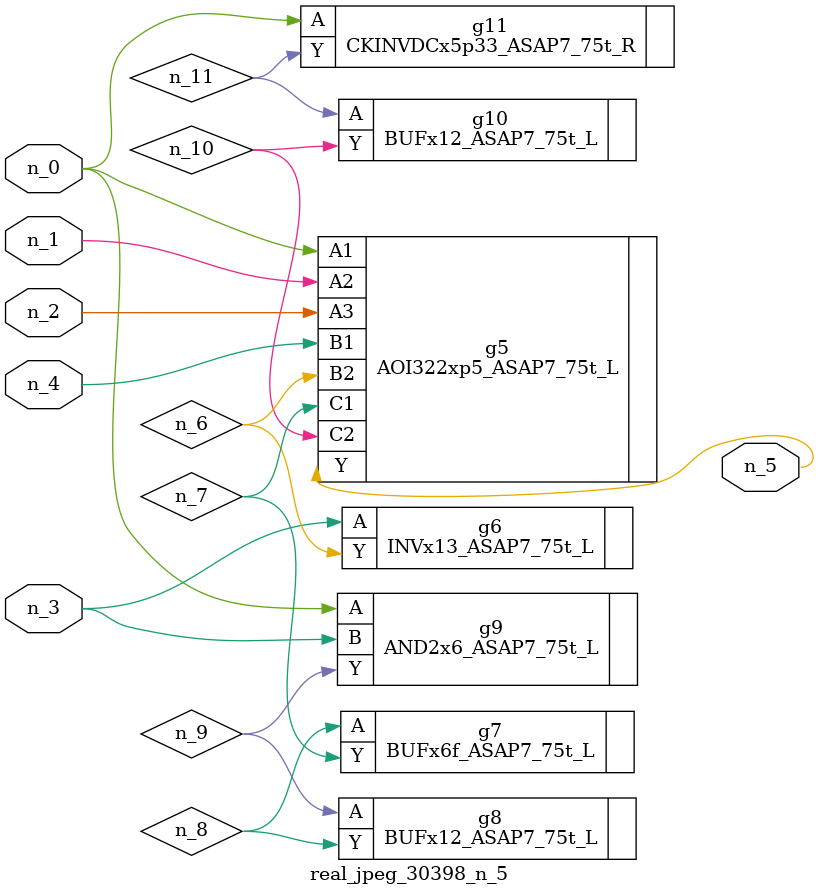
<source format=v>
module real_jpeg_30398_n_5 (n_4, n_0, n_1, n_2, n_3, n_5);

input n_4;
input n_0;
input n_1;
input n_2;
input n_3;

output n_5;

wire n_8;
wire n_11;
wire n_6;
wire n_7;
wire n_10;
wire n_9;

AOI322xp5_ASAP7_75t_L g5 ( 
.A1(n_0),
.A2(n_1),
.A3(n_2),
.B1(n_4),
.B2(n_6),
.C1(n_7),
.C2(n_10),
.Y(n_5)
);

AND2x6_ASAP7_75t_L g9 ( 
.A(n_0),
.B(n_3),
.Y(n_9)
);

CKINVDCx5p33_ASAP7_75t_R g11 ( 
.A(n_0),
.Y(n_11)
);

INVx13_ASAP7_75t_L g6 ( 
.A(n_3),
.Y(n_6)
);

BUFx6f_ASAP7_75t_L g7 ( 
.A(n_8),
.Y(n_7)
);

BUFx12_ASAP7_75t_L g8 ( 
.A(n_9),
.Y(n_8)
);

BUFx12_ASAP7_75t_L g10 ( 
.A(n_11),
.Y(n_10)
);


endmodule
</source>
